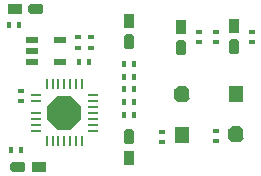
<source format=gtp>
G04*
G04 #@! TF.GenerationSoftware,Altium Limited,Altium Designer,18.1.9 (240)*
G04*
G04 Layer_Color=8421504*
%FSLAX25Y25*%
%MOIN*%
G70*
G01*
G75*
%ADD16P,0.11938X8X292.5*%
%ADD17R,0.01575X0.01968*%
%ADD18R,0.01968X0.01575*%
%ADD19R,0.03347X0.00984*%
%ADD20R,0.00984X0.03347*%
%ADD21R,0.03937X0.01968*%
%ADD22R,0.03500X0.05000*%
G04:AMPARAMS|DCode=23|XSize=50mil|YSize=35mil|CornerRadius=0mil|HoleSize=0mil|Usage=FLASHONLY|Rotation=270.000|XOffset=0mil|YOffset=0mil|HoleType=Round|Shape=Octagon|*
%AMOCTAGOND23*
4,1,8,-0.00875,-0.02500,0.00875,-0.02500,0.01750,-0.01625,0.01750,0.01625,0.00875,0.02500,-0.00875,0.02500,-0.01750,0.01625,-0.01750,-0.01625,-0.00875,-0.02500,0.0*
%
%ADD23OCTAGOND23*%

%ADD24R,0.05000X0.03500*%
G04:AMPARAMS|DCode=25|XSize=50mil|YSize=35mil|CornerRadius=0mil|HoleSize=0mil|Usage=FLASHONLY|Rotation=180.000|XOffset=0mil|YOffset=0mil|HoleType=Round|Shape=Octagon|*
%AMOCTAGOND25*
4,1,8,-0.02500,0.00875,-0.02500,-0.00875,-0.01625,-0.01750,0.01625,-0.01750,0.02500,-0.00875,0.02500,0.00875,0.01625,0.01750,-0.01625,0.01750,-0.02500,0.00875,0.0*
%
%ADD25OCTAGOND25*%

G04:AMPARAMS|DCode=26|XSize=55mil|YSize=50mil|CornerRadius=0mil|HoleSize=0mil|Usage=FLASHONLY|Rotation=270.000|XOffset=0mil|YOffset=0mil|HoleType=Round|Shape=Octagon|*
%AMOCTAGOND26*
4,1,8,-0.01250,-0.02750,0.01250,-0.02750,0.02500,-0.01500,0.02500,0.01500,0.01250,0.02750,-0.01250,0.02750,-0.02500,0.01500,-0.02500,-0.01500,-0.01250,-0.02750,0.0*
%
%ADD26OCTAGOND26*%

%ADD27R,0.05000X0.05500*%
D16*
X141100Y187600D02*
D03*
D17*
X164471Y187000D02*
D03*
X161125D02*
D03*
X164471Y191200D02*
D03*
X161125D02*
D03*
X164471Y203900D02*
D03*
X161125D02*
D03*
X164471Y199700D02*
D03*
X161125D02*
D03*
X123429Y175100D02*
D03*
X126775D02*
D03*
X161129Y195500D02*
D03*
X164475D02*
D03*
X125871Y216800D02*
D03*
X122525D02*
D03*
X145929Y204400D02*
D03*
X149472Y204400D02*
D03*
D18*
X145500Y209357D02*
D03*
X145500Y212900D02*
D03*
X150100Y209357D02*
D03*
X150100Y212900D02*
D03*
X126775Y191600D02*
D03*
Y194947D02*
D03*
X185900Y211129D02*
D03*
Y214475D02*
D03*
X191800Y211229D02*
D03*
Y214575D02*
D03*
X203800Y211129D02*
D03*
Y214475D02*
D03*
X191600Y178129D02*
D03*
Y181475D02*
D03*
X173700Y177729D02*
D03*
Y181075D02*
D03*
D19*
X150647Y193506D02*
D03*
Y191537D02*
D03*
Y189568D02*
D03*
Y187600D02*
D03*
Y185632D02*
D03*
Y183663D02*
D03*
Y181694D02*
D03*
X131553D02*
D03*
Y183663D02*
D03*
Y185632D02*
D03*
Y187600D02*
D03*
Y191537D02*
D03*
Y193506D02*
D03*
D20*
X147005Y178053D02*
D03*
X145037D02*
D03*
X143069D02*
D03*
X141100D02*
D03*
X139131D02*
D03*
X137163D02*
D03*
X135195D02*
D03*
Y197147D02*
D03*
X137163D02*
D03*
X139131D02*
D03*
X141100D02*
D03*
X143069D02*
D03*
X145037D02*
D03*
X147005D02*
D03*
D21*
X139649Y204560D02*
D03*
Y212040D02*
D03*
X130200Y208300D02*
D03*
Y212040D02*
D03*
Y204560D02*
D03*
D22*
X180026Y216300D02*
D03*
X197726Y216400D02*
D03*
X162800Y172700D02*
D03*
Y218100D02*
D03*
D23*
X180026Y209299D02*
D03*
X197726Y209400D02*
D03*
X162800Y179700D02*
D03*
Y211100D02*
D03*
D24*
X132600Y169700D02*
D03*
X124500Y222200D02*
D03*
D25*
X125600Y169700D02*
D03*
X131500Y222200D02*
D03*
D26*
X198300Y180450D02*
D03*
X180200Y193800D02*
D03*
D27*
X198300Y193950D02*
D03*
X180200Y180300D02*
D03*
M02*

</source>
